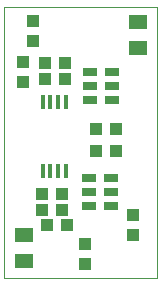
<source format=gtp>
G75*
G70*
%OFA0B0*%
%FSLAX24Y24*%
%IPPOS*%
%LPD*%
%AMOC8*
5,1,8,0,0,1.08239X$1,22.5*
%
%ADD10C,0.0000*%
%ADD11R,0.0630X0.0472*%
%ADD12R,0.0394X0.0433*%
%ADD13R,0.0433X0.0394*%
%ADD14R,0.0138X0.0472*%
%ADD15R,0.0494X0.0276*%
D10*
X000900Y000980D02*
X000900Y010035D01*
X006018Y010035D01*
X006018Y000980D01*
X000900Y000980D01*
D11*
X001578Y001568D03*
X001578Y002434D03*
X005382Y008649D03*
X005382Y009516D03*
D12*
X004635Y005940D03*
X003965Y005940D03*
X002955Y007620D03*
X002955Y008140D03*
X002285Y008140D03*
X002285Y007620D03*
X002165Y003780D03*
X002165Y003260D03*
X002325Y002740D03*
X002835Y003260D03*
X002995Y002740D03*
X002835Y003780D03*
D13*
X003620Y002115D03*
X003620Y001445D03*
X005220Y002405D03*
X005220Y003075D03*
X004635Y005220D03*
X003965Y005220D03*
X001540Y007525D03*
X001540Y008195D03*
X001860Y008885D03*
X001860Y009555D03*
D14*
X002196Y006852D03*
X002452Y006852D03*
X002708Y006852D03*
X002964Y006852D03*
X002964Y004548D03*
X002708Y004548D03*
X002452Y004548D03*
X002196Y004548D03*
D15*
X003726Y004332D03*
X003726Y003860D03*
X003726Y003388D03*
X004474Y003388D03*
X004474Y003860D03*
X004474Y004332D03*
X004514Y006908D03*
X004514Y007380D03*
X004514Y007852D03*
X003766Y007852D03*
X003766Y007380D03*
X003766Y006908D03*
M02*

</source>
